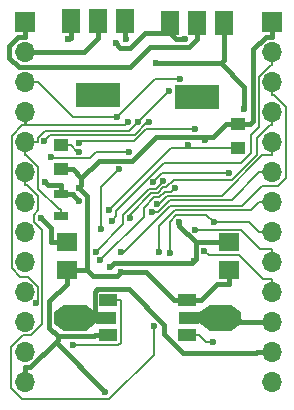
<source format=gbr>
G04 #@! TF.FileFunction,Copper,L2,Bot,Signal*
%FSLAX46Y46*%
G04 Gerber Fmt 4.6, Leading zero omitted, Abs format (unit mm)*
G04 Created by KiCad (PCBNEW 4.0.7) date Sun Jul  8 16:00:51 2018*
%MOMM*%
%LPD*%
G01*
G04 APERTURE LIST*
%ADD10C,0.100000*%
%ADD11R,1.800000X1.550000*%
%ADD12R,1.250000X1.000000*%
%ADD13R,1.500000X1.000000*%
%ADD14R,1.800000X1.000000*%
%ADD15R,1.840000X2.200000*%
%ADD16R,1.300000X0.700000*%
%ADD17R,3.800000X2.000000*%
%ADD18R,1.500000X2.000000*%
%ADD19R,1.700000X1.700000*%
%ADD20O,1.700000X1.700000*%
%ADD21C,0.600000*%
%ADD22C,0.400000*%
%ADD23C,0.200000*%
G04 APERTURE END LIST*
D10*
D11*
X91186000Y-92297000D03*
X91186000Y-94647000D03*
X104902000Y-92297000D03*
X104902000Y-94647000D03*
D12*
X105664000Y-82312000D03*
X105664000Y-84312000D03*
X90678000Y-86090000D03*
X90678000Y-84090000D03*
D10*
G36*
X90126000Y-98179000D02*
X90976000Y-97579000D01*
X90976000Y-99779000D01*
X90126000Y-99179000D01*
X90126000Y-98179000D01*
X90126000Y-98179000D01*
G37*
D13*
X94698000Y-97179000D03*
D14*
X94551500Y-98679000D03*
D13*
X94698000Y-100179000D03*
D15*
X91884500Y-98679000D03*
D10*
G36*
X93794200Y-99079000D02*
X92794200Y-99779000D01*
X92794200Y-97579000D01*
X93794200Y-98279000D01*
X93794200Y-99079000D01*
X93794200Y-99079000D01*
G37*
G36*
X105962000Y-99179000D02*
X105112000Y-99779000D01*
X105112000Y-97579000D01*
X105962000Y-98179000D01*
X105962000Y-99179000D01*
X105962000Y-99179000D01*
G37*
D13*
X101390000Y-100179000D03*
D14*
X101536500Y-98679000D03*
D13*
X101390000Y-97179000D03*
D15*
X104203500Y-98679000D03*
D10*
G36*
X102293800Y-98279000D02*
X103293800Y-97579000D01*
X103293800Y-99779000D01*
X102293800Y-99079000D01*
X102293800Y-98279000D01*
X102293800Y-98279000D01*
G37*
D16*
X90678000Y-90104000D03*
X90678000Y-88204000D03*
D17*
X93853000Y-79858000D03*
D18*
X93853000Y-73558000D03*
X96153000Y-73558000D03*
X91553000Y-73558000D03*
D17*
X102235000Y-79985000D03*
D18*
X102235000Y-73685000D03*
X104535000Y-73685000D03*
X99935000Y-73685000D03*
D19*
X108585000Y-73660000D03*
D20*
X108585000Y-76200000D03*
X108585000Y-78740000D03*
X108585000Y-81280000D03*
X108585000Y-83820000D03*
X108585000Y-86360000D03*
X108585000Y-88900000D03*
X108585000Y-91440000D03*
X108585000Y-93980000D03*
X108585000Y-96520000D03*
X108585000Y-99060000D03*
X108585000Y-101600000D03*
X108585000Y-104140000D03*
D19*
X87630000Y-73660000D03*
D20*
X87630000Y-76200000D03*
X87630000Y-78740000D03*
X87630000Y-81280000D03*
X87630000Y-83820000D03*
X87630000Y-86360000D03*
X87630000Y-88900000D03*
X87630000Y-91440000D03*
X87630000Y-93980000D03*
X87630000Y-96520000D03*
X87630000Y-99060000D03*
X87630000Y-101600000D03*
X87630000Y-104140000D03*
D21*
X98773600Y-77139900D03*
X106235800Y-81018800D03*
X96236000Y-75105900D03*
X91326900Y-75100400D03*
X92226500Y-87687900D03*
X102916400Y-83646000D03*
X95753600Y-94838500D03*
X95321500Y-75431300D03*
X94469900Y-104962700D03*
X101174900Y-75083700D03*
X89017100Y-90219400D03*
X92229100Y-88785700D03*
X100734400Y-90559400D03*
X101998300Y-93850200D03*
X94866400Y-94379600D03*
X89364300Y-87222000D03*
X101453900Y-84093700D03*
X94796300Y-89568900D03*
X92238600Y-84606000D03*
X94990000Y-90463200D03*
X95790000Y-93151300D03*
X96515800Y-90207100D03*
X98874400Y-89024700D03*
X98426200Y-89745900D03*
X98990000Y-93135700D03*
X103660800Y-90611000D03*
X99892200Y-93159600D03*
X102070100Y-91233900D03*
X102844500Y-93012700D03*
X97219600Y-82114500D03*
X99876600Y-79457500D03*
X88573100Y-97456400D03*
X96368900Y-82115400D03*
X95422200Y-81696400D03*
X100759600Y-78471300D03*
X98545900Y-99405000D03*
X98190000Y-82128700D03*
X89292200Y-83688500D03*
X96483600Y-84637700D03*
X89830200Y-85089200D03*
X99361700Y-87101900D03*
X93649800Y-93094000D03*
X102047900Y-82706900D03*
X92191400Y-83847000D03*
X100323100Y-87697200D03*
X93994800Y-93818800D03*
X94098600Y-91164000D03*
X95649000Y-86090100D03*
X91756500Y-101013400D03*
X103596600Y-100737800D03*
X98523700Y-87223400D03*
X104921600Y-86410800D03*
D22*
X104535000Y-73685000D02*
X104535000Y-75085300D01*
X104535000Y-76872000D02*
X104267100Y-77139900D01*
X104535000Y-75085300D02*
X104535000Y-76872000D01*
X106235800Y-79108600D02*
X104267100Y-77139900D01*
X106235800Y-81018800D02*
X106235800Y-79108600D01*
X104267100Y-77139900D02*
X98773600Y-77139900D01*
X96153000Y-73558000D02*
X96153000Y-74958300D01*
X96236000Y-75041300D02*
X96236000Y-75105900D01*
X96153000Y-74958300D02*
X96236000Y-75041300D01*
X91553000Y-73558000D02*
X91553000Y-74958300D01*
X105664000Y-82312000D02*
X104638700Y-82312000D01*
X103897000Y-95822300D02*
X104902000Y-95822300D01*
X102540300Y-97179000D02*
X103897000Y-95822300D01*
X101390000Y-97179000D02*
X102540300Y-97179000D01*
X104902000Y-94647000D02*
X104902000Y-95822300D01*
X91186000Y-94647000D02*
X91186000Y-95822300D01*
X94698000Y-100179000D02*
X93547700Y-100179000D01*
X87630000Y-104140000D02*
X87630000Y-102889700D01*
X97899200Y-94838500D02*
X100239700Y-97179000D01*
X95753600Y-94838500D02*
X97899200Y-94838500D01*
X101390000Y-97179000D02*
X100239700Y-97179000D01*
X91186000Y-94647000D02*
X92486300Y-94647000D01*
X91410900Y-75100400D02*
X91326900Y-75100400D01*
X91553000Y-74958300D02*
X91410900Y-75100400D01*
X90678000Y-86090000D02*
X91703300Y-86090000D01*
X92437400Y-86824100D02*
X91703300Y-86090000D01*
X99935000Y-73685000D02*
X99935000Y-74385100D01*
X92437400Y-87477000D02*
X92226500Y-87687900D01*
X92437400Y-86824100D02*
X92437400Y-87477000D01*
X92486300Y-94647000D02*
X92942200Y-94647000D01*
X92942200Y-88403600D02*
X92942200Y-94647000D01*
X92226500Y-87687900D02*
X92942200Y-88403600D01*
X95446500Y-95145600D02*
X95753600Y-94838500D01*
X93440800Y-95145600D02*
X95446500Y-95145600D01*
X92942200Y-94647000D02*
X93440800Y-95145600D01*
X89725700Y-99506900D02*
X90443100Y-100224300D01*
X89725700Y-97282600D02*
X89725700Y-99506900D01*
X91186000Y-95822300D02*
X89725700Y-97282600D01*
X93502400Y-100224300D02*
X93547700Y-100179000D01*
X90443100Y-100224300D02*
X93502400Y-100224300D01*
X90259600Y-100752300D02*
X94469900Y-104962700D01*
X88122200Y-102889700D02*
X90259600Y-100752300D01*
X87630000Y-102889700D02*
X88122200Y-102889700D01*
X90443100Y-100568800D02*
X90443100Y-100224300D01*
X90259600Y-100752300D02*
X90443100Y-100568800D01*
X100407100Y-75083700D02*
X99935000Y-74611600D01*
X101174900Y-75083700D02*
X100407100Y-75083700D01*
X99935000Y-74611600D02*
X99935000Y-74385100D01*
X101757900Y-83407200D02*
X102916400Y-83407200D01*
X101723000Y-83372300D02*
X101757900Y-83407200D01*
X98743600Y-83372300D02*
X101723000Y-83372300D01*
X96742200Y-85373700D02*
X98743600Y-83372300D01*
X93887800Y-85373700D02*
X96742200Y-85373700D01*
X92437400Y-86824100D02*
X93887800Y-85373700D01*
X103543500Y-83407200D02*
X102916400Y-83407200D01*
X104638700Y-82312000D02*
X103543500Y-83407200D01*
X102916400Y-83407200D02*
X102916400Y-83646000D01*
X97787400Y-74611600D02*
X99935000Y-74611600D01*
X96588800Y-75810200D02*
X97787400Y-74611600D01*
X95700400Y-75810200D02*
X96588800Y-75810200D01*
X95321500Y-75431300D02*
X95700400Y-75810200D01*
X106984300Y-82017000D02*
X106689300Y-82312000D01*
X106984300Y-75964000D02*
X106984300Y-82017000D01*
X108038000Y-74910300D02*
X106984300Y-75964000D01*
X108585000Y-74910300D02*
X108038000Y-74910300D01*
X108585000Y-73660000D02*
X108585000Y-74910300D01*
X105664000Y-82312000D02*
X106689300Y-82312000D01*
X92611300Y-76200000D02*
X93853000Y-74958300D01*
X87630000Y-76200000D02*
X92611300Y-76200000D01*
X93853000Y-73558000D02*
X93853000Y-74958300D01*
X89885700Y-91088000D02*
X89885700Y-92297000D01*
X89017100Y-90219400D02*
X89885700Y-91088000D01*
X91186000Y-92297000D02*
X89885700Y-92297000D01*
X104902000Y-92297000D02*
X103601700Y-92297000D01*
X91728300Y-88284900D02*
X91728300Y-88204000D01*
X92229100Y-88785700D02*
X91728300Y-88284900D01*
X91203200Y-88204000D02*
X91728300Y-88204000D01*
X102110400Y-92297000D02*
X103601700Y-92297000D01*
X100734400Y-90921000D02*
X100734400Y-90559400D01*
X102110400Y-92297000D02*
X100734400Y-90921000D01*
X102110400Y-93738100D02*
X101998300Y-93850200D01*
X102110400Y-92297000D02*
X102110400Y-93738100D01*
X91203200Y-88204000D02*
X90678000Y-88204000D01*
X90678000Y-88204000D02*
X90678000Y-87453700D01*
X89596000Y-87453700D02*
X89364300Y-87222000D01*
X90678000Y-87453700D02*
X89596000Y-87453700D01*
X101789000Y-94059500D02*
X101998300Y-93850200D01*
X95186500Y-94059500D02*
X101789000Y-94059500D01*
X94866400Y-94379600D02*
X95186500Y-94059500D01*
X101536300Y-75784000D02*
X102235000Y-75085300D01*
X98208500Y-75784000D02*
X101536300Y-75784000D01*
X96522500Y-77470000D02*
X98208500Y-75784000D01*
X87112700Y-77470000D02*
X96522500Y-77470000D01*
X86333900Y-76691200D02*
X87112700Y-77470000D01*
X86333900Y-75659400D02*
X86333900Y-76691200D01*
X87083000Y-74910300D02*
X86333900Y-75659400D01*
X87630000Y-74910300D02*
X87083000Y-74910300D01*
X87630000Y-73660000D02*
X87630000Y-74910300D01*
X102235000Y-73685000D02*
X102235000Y-75085300D01*
D23*
X105664000Y-84312000D02*
X104788700Y-84312000D01*
X101453900Y-84312000D02*
X101453900Y-84093700D01*
X104788700Y-84312000D02*
X101453900Y-84312000D01*
X100053200Y-84312000D02*
X94796300Y-89568900D01*
X101453900Y-84312000D02*
X100053200Y-84312000D01*
X90678000Y-84090000D02*
X91553300Y-84090000D01*
X92069300Y-84606000D02*
X92238600Y-84606000D01*
X91553300Y-84090000D02*
X92069300Y-84606000D01*
X108585000Y-76200000D02*
X108585000Y-77300300D01*
X108447300Y-77300300D02*
X108585000Y-77300300D01*
X107484700Y-78262900D02*
X108447300Y-77300300D01*
X107484700Y-82531300D02*
X107484700Y-78262900D01*
X106782500Y-83233500D02*
X107484700Y-82531300D01*
X106782500Y-84719900D02*
X106782500Y-83233500D01*
X105955200Y-85547200D02*
X106782500Y-84719900D01*
X99408000Y-85547200D02*
X105955200Y-85547200D01*
X95352500Y-89602700D02*
X99408000Y-85547200D01*
X95352500Y-90100700D02*
X95352500Y-89602700D01*
X94990000Y-90463200D02*
X95352500Y-90100700D01*
X108585000Y-78740000D02*
X108585000Y-79840300D01*
X108722500Y-79840300D02*
X108585000Y-79840300D01*
X109731700Y-80849500D02*
X108722500Y-79840300D01*
X109731700Y-86832000D02*
X109731700Y-80849500D01*
X109057700Y-87506000D02*
X109731700Y-86832000D01*
X107712400Y-87506000D02*
X109057700Y-87506000D01*
X105994100Y-89224300D02*
X107712400Y-87506000D01*
X99948400Y-89224300D02*
X105994100Y-89224300D01*
X96021400Y-93151300D02*
X99948400Y-89224300D01*
X95790000Y-93151300D02*
X96021400Y-93151300D01*
X108585000Y-81280000D02*
X108585000Y-82380300D01*
X108379700Y-82380300D02*
X108585000Y-82380300D01*
X107276800Y-83483200D02*
X108379700Y-82380300D01*
X107276800Y-84876300D02*
X107276800Y-83483200D01*
X105152800Y-87000300D02*
X107276800Y-84876300D01*
X100241500Y-87000300D02*
X105152800Y-87000300D01*
X99589600Y-87652200D02*
X100241500Y-87000300D01*
X99368600Y-87652200D02*
X99589600Y-87652200D01*
X98896800Y-88124000D02*
X99368600Y-87652200D01*
X98359200Y-88124000D02*
X98896800Y-88124000D01*
X96515800Y-89967400D02*
X98359200Y-88124000D01*
X96515800Y-90207100D02*
X96515800Y-89967400D01*
X108585000Y-83820000D02*
X108585000Y-84920300D01*
X107737100Y-84920300D02*
X108585000Y-84920300D01*
X104304600Y-88352800D02*
X107737100Y-84920300D01*
X99658800Y-88352800D02*
X104304600Y-88352800D01*
X98986900Y-89024700D02*
X99658800Y-88352800D01*
X98874400Y-89024700D02*
X98986900Y-89024700D01*
X108585000Y-86360000D02*
X107484700Y-86360000D01*
X105141600Y-88703100D02*
X107484700Y-86360000D01*
X99974200Y-88703100D02*
X105141600Y-88703100D01*
X98931400Y-89745900D02*
X99974200Y-88703100D01*
X98426200Y-89745900D02*
X98931400Y-89745900D01*
X108585000Y-88900000D02*
X107484700Y-88900000D01*
X98990000Y-90951400D02*
X98990000Y-93135700D01*
X100366700Y-89574700D02*
X98990000Y-90951400D01*
X106810000Y-89574700D02*
X100366700Y-89574700D01*
X107484700Y-88900000D02*
X106810000Y-89574700D01*
X108585000Y-91440000D02*
X107484700Y-91440000D01*
X106655700Y-90611000D02*
X103660800Y-90611000D01*
X107484700Y-91440000D02*
X106655700Y-90611000D01*
X99892200Y-90544800D02*
X99892200Y-93159600D01*
X100478000Y-89959000D02*
X99892200Y-90544800D01*
X103008800Y-89959000D02*
X100478000Y-89959000D01*
X103660800Y-90611000D02*
X103008800Y-89959000D01*
X108585000Y-93980000D02*
X108585000Y-92879700D01*
X102082400Y-91221600D02*
X102070100Y-91233900D01*
X105930300Y-91221600D02*
X102082400Y-91221600D01*
X107588400Y-92879700D02*
X105930300Y-91221600D01*
X108585000Y-92879700D02*
X107588400Y-92879700D01*
X108585000Y-96520000D02*
X108585000Y-95419700D01*
X103204200Y-93372400D02*
X102844500Y-93012700D01*
X105745800Y-93372400D02*
X103204200Y-93372400D01*
X107793100Y-95419700D02*
X105745800Y-93372400D01*
X108585000Y-95419700D02*
X107793100Y-95419700D01*
D22*
X104203500Y-98679000D02*
X105523800Y-98679000D01*
X105918000Y-99060000D02*
X105537000Y-98679000D01*
X108585000Y-99060000D02*
X105918000Y-99060000D01*
X105537000Y-98679000D02*
X105523800Y-98679000D01*
X104203500Y-98679000D02*
X102793800Y-98679000D01*
X102793800Y-98679000D02*
X101536500Y-98679000D01*
X93294200Y-98679000D02*
X93251200Y-98679000D01*
X94551500Y-98679000D02*
X93547600Y-98679000D01*
X93547600Y-98679000D02*
X93294200Y-98679000D01*
X93251200Y-98679000D02*
X91884500Y-98679000D01*
X91884500Y-98679000D02*
X90551000Y-98679000D01*
X108585000Y-101600000D02*
X107334700Y-101600000D01*
X93547600Y-96498000D02*
X93547600Y-98679000D01*
X93767000Y-96278600D02*
X93547600Y-96498000D01*
X96442700Y-96278600D02*
X93767000Y-96278600D01*
X99451900Y-99287800D02*
X96442700Y-96278600D01*
X99451900Y-100067900D02*
X99451900Y-99287800D01*
X101067300Y-101683300D02*
X99451900Y-100067900D01*
X107251400Y-101683300D02*
X101067300Y-101683300D01*
X107334700Y-101600000D02*
X107251400Y-101683300D01*
D23*
X87630000Y-83820000D02*
X87630000Y-84920300D01*
X90678000Y-90104000D02*
X90678000Y-89503700D01*
X87630000Y-83820000D02*
X88730300Y-83820000D01*
X90527900Y-89503700D02*
X90678000Y-89503700D01*
X88764000Y-87739800D02*
X90527900Y-89503700D01*
X88764000Y-85916800D02*
X88764000Y-87739800D01*
X87767500Y-84920300D02*
X88764000Y-85916800D01*
X87630000Y-84920300D02*
X87767500Y-84920300D01*
X96488800Y-82845300D02*
X97219600Y-82114500D01*
X89357200Y-82845300D02*
X96488800Y-82845300D01*
X88730300Y-83472200D02*
X89357200Y-82845300D01*
X88730300Y-83820000D02*
X88730300Y-83472200D01*
X97219600Y-82114500D02*
X99876600Y-79457500D01*
X87402000Y-82380300D02*
X87630000Y-82380300D01*
X86520800Y-83261500D02*
X87402000Y-82380300D01*
X86520800Y-94499200D02*
X86520800Y-83261500D01*
X87271600Y-95250000D02*
X86520800Y-94499200D01*
X87929800Y-95250000D02*
X87271600Y-95250000D01*
X88762500Y-96082700D02*
X87929800Y-95250000D01*
X88762500Y-97267000D02*
X88762500Y-96082700D01*
X88573100Y-97456400D02*
X88762500Y-97267000D01*
X87630000Y-81280000D02*
X87630000Y-82125900D01*
X87630000Y-82125900D02*
X87630000Y-82380300D01*
X96159800Y-82324500D02*
X96368900Y-82115400D01*
X87828600Y-82324500D02*
X96159800Y-82324500D01*
X87630000Y-82125900D02*
X87828600Y-82324500D01*
X87630000Y-78740000D02*
X88730300Y-78740000D01*
X91686700Y-81696400D02*
X88730300Y-78740000D01*
X95422200Y-81696400D02*
X91686700Y-81696400D01*
X98647300Y-78471300D02*
X95422200Y-81696400D01*
X100759600Y-78471300D02*
X98647300Y-78471300D01*
X87630000Y-86360000D02*
X87630000Y-87460300D01*
X98545900Y-101799500D02*
X98545900Y-99405000D01*
X94782400Y-105563000D02*
X98545900Y-101799500D01*
X87405400Y-105563000D02*
X94782400Y-105563000D01*
X86473000Y-104630600D02*
X87405400Y-105563000D01*
X86473000Y-101141300D02*
X86473000Y-104630600D01*
X87453900Y-100160400D02*
X86473000Y-101141300D01*
X88157400Y-100160400D02*
X87453900Y-100160400D01*
X89123400Y-99194400D02*
X88157400Y-100160400D01*
X89123400Y-91288800D02*
X89123400Y-99194400D01*
X88384800Y-90550200D02*
X89123400Y-91288800D01*
X88384800Y-89947200D02*
X88384800Y-90550200D01*
X88754800Y-89577200D02*
X88384800Y-89947200D01*
X88754800Y-88405600D02*
X88754800Y-89577200D01*
X87809500Y-87460300D02*
X88754800Y-88405600D01*
X87630000Y-87460300D02*
X87809500Y-87460300D01*
X89785100Y-83195600D02*
X89292200Y-83688500D01*
X96931800Y-83195600D02*
X89785100Y-83195600D01*
X97998700Y-82128700D02*
X96931800Y-83195600D01*
X98190000Y-82128700D02*
X97998700Y-82128700D01*
X89897400Y-85156400D02*
X89830200Y-85089200D01*
X93146400Y-85156400D02*
X89897400Y-85156400D01*
X93665100Y-84637700D02*
X93146400Y-85156400D01*
X96483600Y-84637700D02*
X93665100Y-84637700D01*
X99361700Y-87163700D02*
X99361700Y-87101900D01*
X98751700Y-87773700D02*
X99361700Y-87163700D01*
X98134200Y-87773700D02*
X98751700Y-87773700D01*
X95965500Y-89942400D02*
X98134200Y-87773700D01*
X95965500Y-90778300D02*
X95965500Y-89942400D01*
X93649800Y-93094000D02*
X95965500Y-90778300D01*
X97915900Y-82706900D02*
X102047900Y-82706900D01*
X96877000Y-83745800D02*
X97915900Y-82706900D01*
X92292500Y-83745800D02*
X96877000Y-83745800D01*
X92292500Y-83745900D02*
X92292500Y-83745800D01*
X92191400Y-83847000D02*
X92292500Y-83745900D01*
X100017800Y-88002500D02*
X100323100Y-87697200D01*
X99513700Y-88002500D02*
X100017800Y-88002500D01*
X99041900Y-88474300D02*
X99513700Y-88002500D01*
X98578800Y-88474300D02*
X99041900Y-88474300D01*
X97697900Y-89355200D02*
X98578800Y-88474300D01*
X97697900Y-90115700D02*
X97697900Y-89355200D01*
X93994800Y-93818800D02*
X97697900Y-90115700D01*
X94098600Y-87640500D02*
X95649000Y-86090100D01*
X94098600Y-91164000D02*
X94098600Y-87640500D01*
X95751900Y-97232600D02*
X95698300Y-97179000D01*
X95751900Y-100802200D02*
X95751900Y-97232600D01*
X95540700Y-101013400D02*
X95751900Y-100802200D01*
X91756500Y-101013400D02*
X95540700Y-101013400D01*
X94698000Y-97179000D02*
X95698300Y-97179000D01*
X102949100Y-100737800D02*
X102390300Y-100179000D01*
X103596600Y-100737800D02*
X102949100Y-100737800D01*
X101390000Y-100179000D02*
X102390300Y-100179000D01*
X99261500Y-86410800D02*
X104921600Y-86410800D01*
X98523700Y-87148600D02*
X99261500Y-86410800D01*
X98523700Y-87223400D02*
X98523700Y-87148600D01*
M02*

</source>
